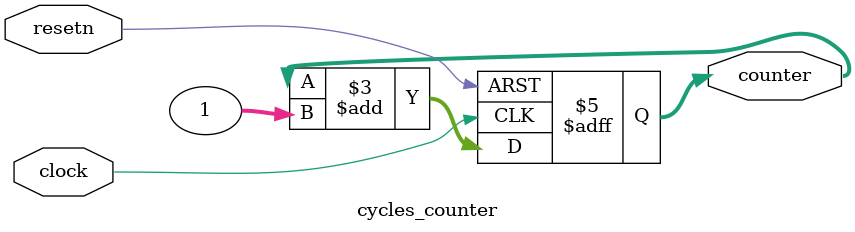
<source format=v>
module cycles_counter(clock, resetn, counter);
	input             clock, resetn;
	output reg [31:0] counter;

	initial begin
		counter <= 0;
	end

	always @(posedge clock or negedge resetn) begin
		if (!resetn)
			counter <= 0;
		else
			counter <= counter + 1;
	end
endmodule

</source>
